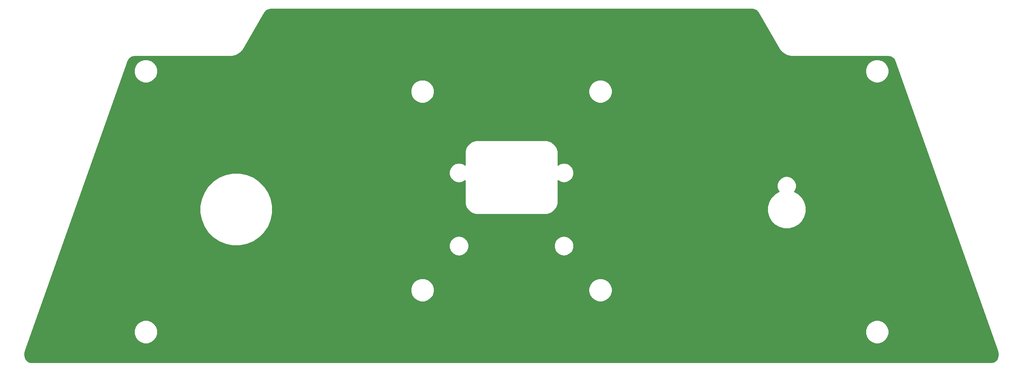
<source format=gbr>
G04 EAGLE Gerber RS-274X export*
G75*
%MOMM*%
%FSLAX34Y34*%
%LPD*%
%INTop Copper*%
%IPPOS*%
%AMOC8*
5,1,8,0,0,1.08239X$1,22.5*%
G01*
G04 Define Apertures*
G36*
X1920198Y-390896D02*
X1920000Y-390916D01*
X-520000Y-390916D01*
X-520198Y-390896D01*
X-527110Y-389521D01*
X-527477Y-389370D01*
X-533336Y-385454D01*
X-533617Y-385174D01*
X-537532Y-379314D01*
X-537684Y-378948D01*
X-539058Y-372036D01*
X-539078Y-371838D01*
X-539078Y-366985D01*
X-539063Y-366813D01*
X-538030Y-360792D01*
X-537987Y-360625D01*
X-277565Y375958D01*
X-277565Y375958D01*
X-276774Y378197D01*
X-276685Y378385D01*
X-272869Y384678D01*
X-272587Y384981D01*
X-266578Y389230D01*
X-266199Y389395D01*
X-258994Y390894D01*
X-258787Y390916D01*
X-11215Y390916D01*
X-807Y393704D01*
X8524Y399092D01*
X16143Y406711D01*
X18696Y411133D01*
X69611Y499320D01*
X70798Y501377D01*
X70900Y501522D01*
X74932Y506327D01*
X75202Y506554D01*
X80635Y509690D01*
X80966Y509811D01*
X87144Y510900D01*
X87321Y510916D01*
X1312680Y510916D01*
X1312856Y510900D01*
X1319034Y509811D01*
X1319365Y509690D01*
X1324798Y506554D01*
X1325068Y506327D01*
X1329100Y501522D01*
X1329202Y501377D01*
X1330389Y499320D01*
X1381304Y411133D01*
X1383857Y406711D01*
X1391476Y399092D01*
X1400807Y393704D01*
X1411215Y390916D01*
X1658787Y390916D01*
X1658994Y390894D01*
X1666199Y389395D01*
X1666578Y389230D01*
X1672587Y384981D01*
X1672869Y384678D01*
X1676685Y378385D01*
X1676774Y378197D01*
X1677565Y375958D01*
X1677565Y375958D01*
X1937987Y-360625D01*
X1938030Y-360792D01*
X1939063Y-366813D01*
X1939078Y-366985D01*
X1939078Y-371838D01*
X1939058Y-372036D01*
X1937684Y-378948D01*
X1937532Y-379314D01*
X1933617Y-385174D01*
X1933336Y-385454D01*
X1927477Y-389370D01*
X1927110Y-389521D01*
X1920198Y-390896D01*
G37*
%LPC*%
G36*
X1625498Y323416D02*
X1634502Y323416D01*
X1643064Y326198D01*
X1650348Y331490D01*
X1655640Y338774D01*
X1658422Y347336D01*
X1658422Y356339D01*
X1655640Y364902D01*
X1650348Y372186D01*
X1643064Y377478D01*
X1634502Y380260D01*
X1625498Y380260D01*
X1616936Y377478D01*
X1609652Y372186D01*
X1604360Y364902D01*
X1601578Y356339D01*
X1601578Y347336D01*
X1604360Y338774D01*
X1609652Y331490D01*
X1616936Y326198D01*
X1625498Y323416D01*
G37*
G36*
X-234502Y323416D02*
X-225498Y323416D01*
X-216936Y326198D01*
X-209652Y331490D01*
X-204360Y338774D01*
X-201578Y347336D01*
X-201578Y356339D01*
X-204360Y364902D01*
X-209652Y372186D01*
X-216936Y377478D01*
X-225498Y380260D01*
X-234502Y380260D01*
X-243064Y377478D01*
X-250348Y372186D01*
X-255640Y364902D01*
X-258422Y356339D01*
X-258422Y347336D01*
X-255640Y338774D01*
X-250348Y331490D01*
X-243064Y326198D01*
X-234502Y323416D01*
G37*
G36*
X921802Y271729D02*
X930805Y271729D01*
X939367Y274511D01*
X946651Y279803D01*
X951943Y287087D01*
X954725Y295649D01*
X954725Y304653D01*
X951943Y313215D01*
X946651Y320499D01*
X939367Y325791D01*
X930805Y328573D01*
X921802Y328573D01*
X913239Y325791D01*
X905955Y320499D01*
X900663Y313215D01*
X897881Y304653D01*
X897881Y295649D01*
X900663Y287087D01*
X905955Y279803D01*
X913239Y274511D01*
X921802Y271729D01*
G37*
G36*
X469195Y271729D02*
X478198Y271729D01*
X486761Y274511D01*
X494045Y279803D01*
X499337Y287087D01*
X502119Y295649D01*
X502119Y304653D01*
X499337Y313215D01*
X494045Y320499D01*
X486761Y325791D01*
X478198Y328573D01*
X469195Y328573D01*
X460633Y325791D01*
X453349Y320499D01*
X448057Y313215D01*
X445275Y304653D01*
X445275Y295649D01*
X448057Y287087D01*
X453349Y279803D01*
X460633Y274511D01*
X469195Y271729D01*
G37*
G36*
X609102Y-10922D02*
X790898Y-10922D01*
X800213Y-7895D01*
X808138Y-2138D01*
X813895Y5787D01*
X816922Y15102D01*
X816922Y73766D01*
X817042Y74246D01*
X817300Y74557D01*
X817659Y74743D01*
X818063Y74775D01*
X818446Y74646D01*
X825366Y70651D01*
X833500Y69217D01*
X841634Y70651D01*
X848788Y74781D01*
X854097Y81108D01*
X856922Y88870D01*
X856922Y97130D01*
X854097Y104892D01*
X848788Y111219D01*
X841634Y115349D01*
X833500Y116783D01*
X825366Y115349D01*
X818446Y111354D01*
X817970Y111218D01*
X817572Y111286D01*
X817231Y111504D01*
X817002Y111838D01*
X816922Y112234D01*
X816922Y147898D01*
X813895Y157213D01*
X808138Y165138D01*
X800213Y170895D01*
X790898Y173922D01*
X609102Y173922D01*
X599787Y170895D01*
X591862Y165138D01*
X586105Y157213D01*
X583078Y147898D01*
X583078Y112234D01*
X582958Y111754D01*
X582700Y111443D01*
X582341Y111257D01*
X581937Y111226D01*
X581554Y111354D01*
X574634Y115349D01*
X566500Y116783D01*
X558366Y115349D01*
X551212Y111219D01*
X545903Y104892D01*
X543078Y97130D01*
X543078Y88870D01*
X545903Y81108D01*
X551212Y74781D01*
X558366Y70651D01*
X566500Y69217D01*
X574634Y70651D01*
X581554Y74646D01*
X582030Y74782D01*
X582428Y74714D01*
X582769Y74496D01*
X582998Y74162D01*
X583078Y73766D01*
X583078Y15102D01*
X586105Y5787D01*
X591862Y-2138D01*
X599787Y-7895D01*
X609102Y-10922D01*
G37*
G36*
X-8955Y-90922D02*
X8955Y-90922D01*
X26521Y-87428D01*
X43068Y-80574D01*
X57960Y-70624D01*
X70624Y-57960D01*
X80574Y-43068D01*
X87428Y-26521D01*
X90922Y-8955D01*
X90922Y8955D01*
X87428Y26521D01*
X80574Y43068D01*
X70624Y57960D01*
X57960Y70624D01*
X43068Y80574D01*
X26521Y87428D01*
X8955Y90922D01*
X-8955Y90922D01*
X-26521Y87428D01*
X-43068Y80574D01*
X-57960Y70624D01*
X-70624Y57960D01*
X-80574Y43068D01*
X-87428Y26521D01*
X-90922Y8955D01*
X-90922Y-8955D01*
X-87428Y-26521D01*
X-80574Y-43068D01*
X-70624Y-57960D01*
X-57960Y-70624D01*
X-43068Y-80574D01*
X-26521Y-87428D01*
X-8955Y-90922D01*
G37*
G36*
X1393691Y-47922D02*
X1406309Y-47922D01*
X1418497Y-44656D01*
X1429425Y-38347D01*
X1438347Y-29425D01*
X1444656Y-18497D01*
X1447922Y-6309D01*
X1447922Y6309D01*
X1444656Y18497D01*
X1438347Y29425D01*
X1429425Y38347D01*
X1418569Y44615D01*
X1418188Y45004D01*
X1418067Y45390D01*
X1418106Y45792D01*
X1418299Y46148D01*
X1420157Y48362D01*
X1422922Y55958D01*
X1422922Y64042D01*
X1420157Y71638D01*
X1414961Y77830D01*
X1407961Y81872D01*
X1400000Y83276D01*
X1392039Y81872D01*
X1385039Y77830D01*
X1379843Y71638D01*
X1377078Y64042D01*
X1377078Y55958D01*
X1379843Y48362D01*
X1381701Y46148D01*
X1381927Y45651D01*
X1381908Y45247D01*
X1381734Y44882D01*
X1381431Y44615D01*
X1370575Y38347D01*
X1361653Y29425D01*
X1355344Y18497D01*
X1352078Y6309D01*
X1352078Y-6309D01*
X1355344Y-18497D01*
X1361653Y-29425D01*
X1370575Y-38347D01*
X1381503Y-44656D01*
X1393691Y-47922D01*
G37*
G36*
X558366Y-115349D02*
X566500Y-116783D01*
X574634Y-115349D01*
X581788Y-111219D01*
X587097Y-104892D01*
X589922Y-97130D01*
X589922Y-88870D01*
X587097Y-81108D01*
X581788Y-74781D01*
X574634Y-70651D01*
X566500Y-69217D01*
X558366Y-70651D01*
X551212Y-74781D01*
X545903Y-81108D01*
X543078Y-88870D01*
X543078Y-97130D01*
X545903Y-104892D01*
X551212Y-111219D01*
X558366Y-115349D01*
G37*
G36*
X825366Y-115349D02*
X833500Y-116783D01*
X841634Y-115349D01*
X848788Y-111219D01*
X854097Y-104892D01*
X856922Y-97130D01*
X856922Y-88870D01*
X854097Y-81108D01*
X848788Y-74781D01*
X841634Y-70651D01*
X833500Y-69217D01*
X825366Y-70651D01*
X818212Y-74781D01*
X812903Y-81108D01*
X810078Y-88870D01*
X810078Y-97130D01*
X812903Y-104892D01*
X818212Y-111219D01*
X825366Y-115349D01*
G37*
G36*
X921802Y-233671D02*
X930805Y-233671D01*
X939367Y-230889D01*
X946651Y-225597D01*
X951943Y-218313D01*
X954725Y-209751D01*
X954725Y-200747D01*
X951943Y-192185D01*
X946651Y-184901D01*
X939367Y-179609D01*
X930805Y-176827D01*
X921802Y-176827D01*
X913239Y-179609D01*
X905955Y-184901D01*
X900663Y-192185D01*
X897881Y-200747D01*
X897881Y-209751D01*
X900663Y-218313D01*
X905955Y-225597D01*
X913239Y-230889D01*
X921802Y-233671D01*
G37*
G36*
X469195Y-233671D02*
X478198Y-233671D01*
X486761Y-230889D01*
X494045Y-225597D01*
X499337Y-218313D01*
X502119Y-209751D01*
X502119Y-200747D01*
X499337Y-192185D01*
X494045Y-184901D01*
X486761Y-179609D01*
X478198Y-176827D01*
X469195Y-176827D01*
X460633Y-179609D01*
X453349Y-184901D01*
X448057Y-192185D01*
X445275Y-200747D01*
X445275Y-209751D01*
X448057Y-218313D01*
X453349Y-225597D01*
X460633Y-230889D01*
X469195Y-233671D01*
G37*
G36*
X1625498Y-340260D02*
X1634502Y-340260D01*
X1643064Y-337478D01*
X1650348Y-332186D01*
X1655640Y-324902D01*
X1658422Y-316339D01*
X1658422Y-307336D01*
X1655640Y-298774D01*
X1650348Y-291490D01*
X1643064Y-286198D01*
X1634502Y-283416D01*
X1625498Y-283416D01*
X1616936Y-286198D01*
X1609652Y-291490D01*
X1604360Y-298774D01*
X1601578Y-307336D01*
X1601578Y-316339D01*
X1604360Y-324902D01*
X1609652Y-332186D01*
X1616936Y-337478D01*
X1625498Y-340260D01*
G37*
G36*
X-234502Y-340260D02*
X-225498Y-340260D01*
X-216936Y-337478D01*
X-209652Y-332186D01*
X-204360Y-324902D01*
X-201578Y-316339D01*
X-201578Y-307336D01*
X-204360Y-298774D01*
X-209652Y-291490D01*
X-216936Y-286198D01*
X-225498Y-283416D01*
X-234502Y-283416D01*
X-243064Y-286198D01*
X-250348Y-291490D01*
X-255640Y-298774D01*
X-258422Y-307336D01*
X-258422Y-316339D01*
X-255640Y-324902D01*
X-250348Y-332186D01*
X-243064Y-337478D01*
X-234502Y-340260D01*
G37*
%LPD*%
M02*

</source>
